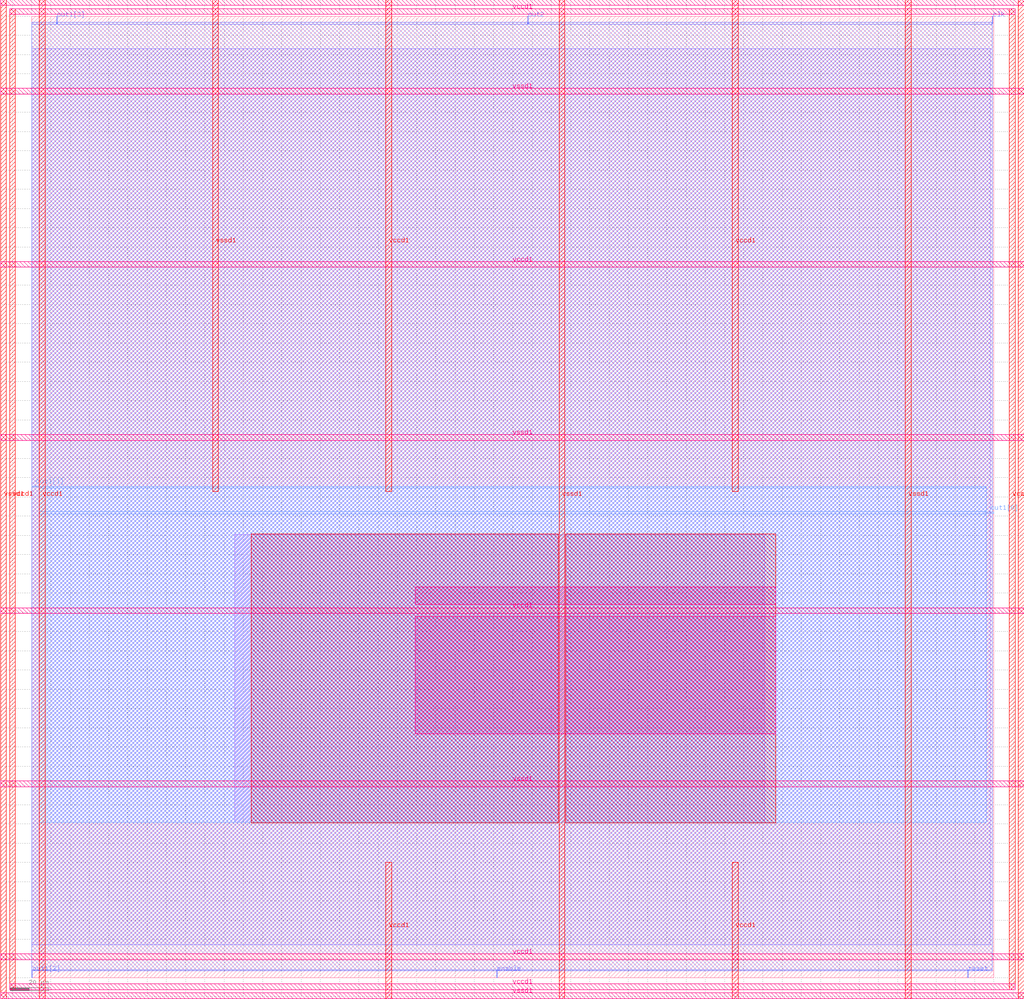
<source format=lef>
VERSION 5.7 ;
  NOWIREEXTENSIONATPIN ON ;
  DIVIDERCHAR "/" ;
  BUSBITCHARS "[]" ;
MACRO core
  CLASS BLOCK ;
  FOREIGN core ;
  ORIGIN 0.000 0.000 ;
  SIZE 500.000 BY 500.000 ;
  PIN clk
    DIRECTION INPUT ;
    USE SIGNAL ;
    PORT
      LAYER met2 ;
        RECT 499.190 496.000 499.470 500.000 ;
    END
  END clk
  PIN enable
    DIRECTION INPUT ;
    USE SIGNAL ;
    PORT
      LAYER met2 ;
        RECT 241.590 0.000 241.870 4.000 ;
    END
  END enable
  PIN out1[0]
    DIRECTION OUTPUT TRISTATE ;
    USE SIGNAL ;
    PORT
      LAYER met3 ;
        RECT 496.000 241.440 500.000 242.040 ;
    END
  END out1[0]
  PIN out1[1]
    DIRECTION OUTPUT TRISTATE ;
    USE SIGNAL ;
    PORT
      LAYER met3 ;
        RECT 0.000 255.040 4.000 255.640 ;
    END
  END out1[1]
  PIN out1[2]
    DIRECTION OUTPUT TRISTATE ;
    USE SIGNAL ;
    PORT
      LAYER met2 ;
        RECT 0.090 0.000 0.370 4.000 ;
    END
  END out1[2]
  PIN out1[3]
    DIRECTION OUTPUT TRISTATE ;
    USE SIGNAL ;
    PORT
      LAYER met2 ;
        RECT 12.970 496.000 13.250 500.000 ;
    END
  END out1[3]
  PIN out2
    DIRECTION OUTPUT TRISTATE ;
    USE SIGNAL ;
    PORT
      LAYER met2 ;
        RECT 257.690 496.000 257.970 500.000 ;
    END
  END out2
  PIN reset
    DIRECTION INPUT ;
    USE SIGNAL ;
    PORT
      LAYER met2 ;
        RECT 486.310 0.000 486.590 4.000 ;
    END
  END reset
  PIN vccd1
    DIRECTION INOUT ;
    USE POWER ;
    PORT
      LAYER met4 ;
        RECT -11.480 -6.120 -8.480 503.880 ;
    END
    PORT
      LAYER met5 ;
        RECT -11.480 -6.120 511.040 -3.120 ;
    END
    PORT
      LAYER met5 ;
        RECT -11.480 500.880 511.040 503.880 ;
    END
    PORT
      LAYER met4 ;
        RECT 508.040 -6.120 511.040 503.880 ;
    END
    PORT
      LAYER met4 ;
        RECT 4.020 -10.820 7.020 508.580 ;
    END
    PORT
      LAYER met4 ;
        RECT 184.020 -10.820 187.020 60.000 ;
    END
    PORT
      LAYER met4 ;
        RECT 184.020 252.940 187.020 508.580 ;
    END
    PORT
      LAYER met4 ;
        RECT 364.020 -10.820 367.020 60.000 ;
    END
    PORT
      LAYER met4 ;
        RECT 364.020 252.940 367.020 508.580 ;
    END
    PORT
      LAYER met5 ;
        RECT -16.180 9.380 515.740 12.380 ;
    END
    PORT
      LAYER met5 ;
        RECT -16.180 189.380 515.740 192.380 ;
    END
    PORT
      LAYER met5 ;
        RECT -16.180 369.380 515.740 372.380 ;
    END
  END vccd1
  PIN vssd1
    DIRECTION INOUT ;
    USE GROUND ;
    PORT
      LAYER met4 ;
        RECT -16.180 -10.820 -13.180 508.580 ;
    END
    PORT
      LAYER met5 ;
        RECT -16.180 -10.820 515.740 -7.820 ;
    END
    PORT
      LAYER met5 ;
        RECT -16.180 505.580 515.740 508.580 ;
    END
    PORT
      LAYER met4 ;
        RECT 512.740 -10.820 515.740 508.580 ;
    END
    PORT
      LAYER met4 ;
        RECT 94.020 252.940 97.020 508.580 ;
    END
    PORT
      LAYER met4 ;
        RECT 274.020 -10.820 277.020 508.580 ;
    END
    PORT
      LAYER met4 ;
        RECT 454.020 -10.820 457.020 508.580 ;
    END
    PORT
      LAYER met5 ;
        RECT -16.180 99.380 515.740 102.380 ;
    END
    PORT
      LAYER met5 ;
        RECT -16.180 279.380 515.740 282.380 ;
    END
    PORT
      LAYER met5 ;
        RECT -16.180 459.380 515.740 462.380 ;
    END
  END vssd1
  OBS
      LAYER li1 ;
        RECT 105.520 80.795 380.960 230.565 ;
      LAYER met1 ;
        RECT 0.070 17.040 498.110 483.100 ;
      LAYER met2 ;
        RECT 0.100 495.720 12.690 496.810 ;
        RECT 13.530 495.720 257.410 496.810 ;
        RECT 258.250 495.720 498.910 496.810 ;
        RECT 0.100 4.280 499.190 495.720 ;
        RECT 0.650 3.670 241.310 4.280 ;
        RECT 242.150 3.670 486.030 4.280 ;
        RECT 486.870 3.670 499.190 4.280 ;
      LAYER met3 ;
        RECT 4.400 254.640 496.000 255.505 ;
        RECT 4.000 242.440 496.000 254.640 ;
        RECT 4.000 241.040 495.600 242.440 ;
        RECT 4.000 80.715 496.000 241.040 ;
      LAYER met4 ;
        RECT 114.150 80.640 273.620 230.720 ;
        RECT 277.420 80.640 386.530 230.720 ;
      LAYER met5 ;
        RECT 199.300 193.980 386.740 203.100 ;
        RECT 199.300 126.700 386.740 187.780 ;
  END
END core
END LIBRARY


</source>
